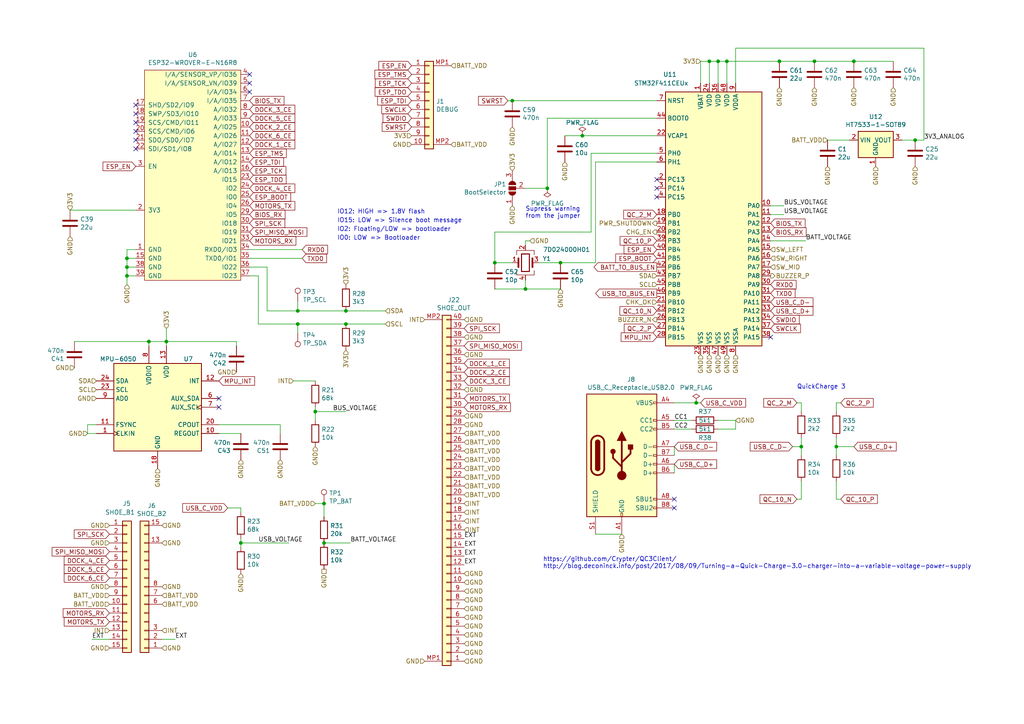
<source format=kicad_sch>
(kicad_sch (version 20211123) (generator eeschema)
  (paper "A4")
  (junction (at 36.83 74.93))
  (junction (at 242.57 129.54))
  (junction (at 36.83 80.01))
  (junction (at 100.33 93.98))
  (junction (at 91.44 119.38))
  (junction (at 43.18 99.06))
  (junction (at 143.51 76.2))
  (junction (at 148.59 29.21))
  (junction (at 100.33 90.17))
  (junction (at 86.36 93.98))
  (junction (at 152.4 83.82))
  (junction (at 265.43 40.64))
  (junction (at 93.98 157.48))
  (junction (at 86.36 90.17))
  (junction (at 48.26 99.06))
  (junction (at 69.85 157.48))
  (junction (at 158.75 54.61))
  (junction (at 162.56 76.2))
  (junction (at 208.28 17.78))
  (junction (at 201.93 116.84))
  (junction (at 226.06 17.78))
  (junction (at 36.83 77.47))
  (junction (at 93.98 146.05))
  (junction (at 205.74 17.78))
  (junction (at 247.65 17.78))
  (junction (at 210.82 17.78))
  (junction (at 236.22 17.78))
  (junction (at 168.91 39.37))
  (junction (at 232.41 129.54))
  (no_connect (at 39.37 30.48))
  (no_connect (at 195.58 147.32))
  (no_connect (at 195.58 144.78))
  (no_connect (at 190.5 54.61))
  (no_connect (at 72.39 26.67))
  (no_connect (at 72.39 21.59))
  (no_connect (at 39.37 33.02))
  (no_connect (at 190.5 52.07))
  (no_connect (at 72.39 24.13))
  (no_connect (at 63.5 118.11))
  (no_connect (at 39.37 43.18))
  (no_connect (at 39.37 35.56))
  (no_connect (at 39.37 38.1))
  (no_connect (at 223.52 97.79))
  (no_connect (at 63.5 115.57))
  (no_connect (at 190.5 57.15))
  (no_connect (at 39.37 40.64))
  (wire (pts (xy 91.44 146.05) (xy 93.98 146.05)))
  (wire (pts (xy 200.66 121.92) (xy 195.58 121.92)))
  (wire (pts (xy 190.5 44.45) (xy 171.45 44.45)))
  (wire (pts (xy 226.06 17.78) (xy 236.22 17.78)))
  (wire (pts (xy 91.44 119.38) (xy 91.44 121.92)))
  (wire (pts (xy 213.36 124.46) (xy 208.28 124.46)))
  (wire (pts (xy 232.41 129.54) (xy 229.87 129.54)))
  (wire (pts (xy 39.37 77.47) (xy 36.83 77.47)))
  (wire (pts (xy 21.59 99.06) (xy 43.18 99.06)))
  (wire (pts (xy 168.91 39.37) (xy 190.5 39.37)))
  (wire (pts (xy 100.33 90.17) (xy 111.76 90.17)))
  (wire (pts (xy 236.22 17.78) (xy 247.65 17.78)))
  (wire (pts (xy 148.59 29.21) (xy 190.5 29.21)))
  (wire (pts (xy 259.08 17.78) (xy 247.65 17.78)))
  (wire (pts (xy 86.36 87.63) (xy 86.36 90.17)))
  (wire (pts (xy 63.5 123.19) (xy 81.28 123.19)))
  (wire (pts (xy 86.36 90.17) (xy 100.33 90.17)))
  (wire (pts (xy 242.57 129.54) (xy 247.65 129.54)))
  (wire (pts (xy 27.94 123.19) (xy 25.4 123.19)))
  (wire (pts (xy 69.85 156.21) (xy 69.85 157.48)))
  (wire (pts (xy 36.83 80.01) (xy 36.83 82.55)))
  (wire (pts (xy 163.83 39.37) (xy 168.91 39.37)))
  (wire (pts (xy 242.57 144.78) (xy 243.84 144.78)))
  (wire (pts (xy 172.72 76.2) (xy 172.72 46.99)))
  (wire (pts (xy 72.39 74.93) (xy 87.63 74.93)))
  (wire (pts (xy 233.68 69.85) (xy 223.52 69.85)))
  (wire (pts (xy 210.82 24.13) (xy 210.82 17.78)))
  (wire (pts (xy 86.36 96.52) (xy 86.36 93.98)))
  (wire (pts (xy 36.83 80.01) (xy 36.83 77.47)))
  (wire (pts (xy 205.74 17.78) (xy 205.74 24.13)))
  (wire (pts (xy 242.57 129.54) (xy 242.57 132.08)))
  (wire (pts (xy 36.83 77.47) (xy 36.83 74.93)))
  (wire (pts (xy 232.41 116.84) (xy 231.14 116.84)))
  (wire (pts (xy 267.97 40.64) (xy 267.97 13.97)))
  (wire (pts (xy 265.43 40.64) (xy 267.97 40.64)))
  (wire (pts (xy 232.41 139.7) (xy 232.41 144.78)))
  (wire (pts (xy 36.83 72.39) (xy 36.83 74.93)))
  (wire (pts (xy 48.26 99.06) (xy 48.26 100.33)))
  (wire (pts (xy 143.51 83.82) (xy 152.4 83.82)))
  (wire (pts (xy 227.33 62.23) (xy 223.52 62.23)))
  (wire (pts (xy 171.45 67.31) (xy 143.51 67.31)))
  (wire (pts (xy 66.04 147.32) (xy 69.85 147.32)))
  (wire (pts (xy 72.39 80.01) (xy 74.93 80.01)))
  (wire (pts (xy 25.4 123.19) (xy 25.4 125.73)))
  (wire (pts (xy 74.93 93.98) (xy 86.36 93.98)))
  (wire (pts (xy 148.59 76.2) (xy 143.51 76.2)))
  (wire (pts (xy 36.83 74.93) (xy 39.37 74.93)))
  (wire (pts (xy 242.57 139.7) (xy 242.57 144.78)))
  (wire (pts (xy 210.82 17.78) (xy 226.06 17.78)))
  (wire (pts (xy 152.4 69.85) (xy 152.4 71.12)))
  (wire (pts (xy 152.4 54.61) (xy 158.75 54.61)))
  (wire (pts (xy 240.03 40.64) (xy 246.38 40.64)))
  (wire (pts (xy 39.37 80.01) (xy 36.83 80.01)))
  (wire (pts (xy 213.36 13.97) (xy 213.36 24.13)))
  (wire (pts (xy 91.44 118.11) (xy 91.44 119.38)))
  (wire (pts (xy 72.39 77.47) (xy 77.47 77.47)))
  (wire (pts (xy 152.4 83.82) (xy 162.56 83.82)))
  (wire (pts (xy 85.09 110.49) (xy 91.44 110.49)))
  (wire (pts (xy 203.2 17.78) (xy 203.2 24.13)))
  (wire (pts (xy 171.45 44.45) (xy 171.45 67.31)))
  (wire (pts (xy 39.37 72.39) (xy 36.83 72.39)))
  (wire (pts (xy 93.98 157.48) (xy 101.6 157.48)))
  (wire (pts (xy 158.75 34.29) (xy 158.75 54.61)))
  (wire (pts (xy 69.85 147.32) (xy 69.85 148.59)))
  (wire (pts (xy 205.74 17.78) (xy 208.28 17.78)))
  (wire (pts (xy 156.21 76.2) (xy 162.56 76.2)))
  (wire (pts (xy 201.93 116.84) (xy 195.58 116.84)))
  (wire (pts (xy 86.36 93.98) (xy 100.33 93.98)))
  (wire (pts (xy 172.72 46.99) (xy 190.5 46.99)))
  (wire (pts (xy 100.33 93.98) (xy 111.76 93.98)))
  (wire (pts (xy 43.18 99.06) (xy 48.26 99.06)))
  (wire (pts (xy 232.41 129.54) (xy 232.41 132.08)))
  (wire (pts (xy 48.26 95.25) (xy 48.26 99.06)))
  (wire (pts (xy 261.62 40.64) (xy 265.43 40.64)))
  (wire (pts (xy 43.18 99.06) (xy 43.18 100.33)))
  (wire (pts (xy 203.2 116.84) (xy 201.93 116.84)))
  (wire (pts (xy 77.47 90.17) (xy 86.36 90.17)))
  (wire (pts (xy 172.72 154.94) (xy 180.34 154.94)))
  (wire (pts (xy 20.32 60.96) (xy 39.37 60.96)))
  (wire (pts (xy 223.52 59.69) (xy 227.33 59.69)))
  (wire (pts (xy 162.56 76.2) (xy 172.72 76.2)))
  (wire (pts (xy 195.58 129.54) (xy 195.58 132.08)))
  (wire (pts (xy 208.28 121.92) (xy 213.36 121.92)))
  (wire (pts (xy 267.97 13.97) (xy 213.36 13.97)))
  (wire (pts (xy 48.26 99.06) (xy 68.58 99.06)))
  (wire (pts (xy 203.2 17.78) (xy 205.74 17.78)))
  (wire (pts (xy 208.28 17.78) (xy 210.82 17.78)))
  (wire (pts (xy 68.58 99.06) (xy 68.58 100.33)))
  (wire (pts (xy 31.75 185.42) (xy 26.67 185.42)))
  (wire (pts (xy 153.67 69.85) (xy 152.4 69.85)))
  (wire (pts (xy 72.39 72.39) (xy 87.63 72.39)))
  (wire (pts (xy 232.41 127) (xy 232.41 129.54)))
  (wire (pts (xy 152.4 81.28) (xy 152.4 83.82)))
  (wire (pts (xy 69.85 125.73) (xy 63.5 125.73)))
  (wire (pts (xy 242.57 116.84) (xy 243.84 116.84)))
  (wire (pts (xy 50.8 185.42) (xy 46.99 185.42)))
  (wire (pts (xy 69.85 157.48) (xy 83.82 157.48)))
  (wire (pts (xy 208.28 24.13) (xy 208.28 17.78)))
  (wire (pts (xy 232.41 144.78) (xy 231.14 144.78)))
  (wire (pts (xy 195.58 124.46) (xy 200.66 124.46)))
  (wire (pts (xy 232.41 119.38) (xy 232.41 116.84)))
  (wire (pts (xy 195.58 134.62) (xy 195.58 137.16)))
  (wire (pts (xy 143.51 67.31) (xy 143.51 76.2)))
  (wire (pts (xy 147.32 29.21) (xy 148.59 29.21)))
  (wire (pts (xy 242.57 119.38) (xy 242.57 116.84)))
  (wire (pts (xy 74.93 80.01) (xy 74.93 93.98)))
  (wire (pts (xy 81.28 123.19) (xy 81.28 125.73)))
  (wire (pts (xy 158.75 34.29) (xy 190.5 34.29)))
  (wire (pts (xy 69.85 157.48) (xy 69.85 158.75)))
  (wire (pts (xy 25.4 125.73) (xy 27.94 125.73)))
  (wire (pts (xy 242.57 127) (xy 242.57 129.54)))
  (wire (pts (xy 100.33 119.38) (xy 91.44 119.38)))
  (wire (pts (xy 93.98 146.05) (xy 93.98 149.86)))
  (wire (pts (xy 213.36 121.92) (xy 213.36 124.46)))
  (wire (pts (xy 77.47 77.47) (xy 77.47 90.17)))
  (text "IO0: LOW => Bootloader" (at 97.79 69.85 0) (effects (font (size 1.27 1.27)) (justify left bottom)))
  (text "https://github.com/Crypter/QC3Client/\nhttp://blog.deconinck.info/post/2017/08/09/Turning-a-Quick-Charge-3.0-charger-into-a-variable-voltage-power-supply" (at 157.48 165.1 0) (effects (font (size 1.27 1.27)) (justify left bottom)))
  (text "Supress warning\nfrom the jumper" (at 152.4 63.5 0) (effects (font (size 1.27 1.27)) (justify left bottom)))
  (text "IO15: LOW => Silence boot message" (at 97.79 64.77 0) (effects (font (size 1.27 1.27)) (justify left bottom)))
  (text "QuickCharge 3" (at 231.14 113.03 0) (effects (font (size 1.27 1.27)) (justify left bottom)))
  (text "IO12: HIGH => 1.8V flash" (at 97.79 62.23 0) (effects (font (size 1.27 1.27)) (justify left bottom)))
  (text "IO2: Floating/LOW => bootloader" (at 97.79 67.31 0) (effects (font (size 1.27 1.27)) (justify left bottom)))
  (label "EXT" (at 134.62 163.83 0))
  (label "EXT" (at 134.62 161.29 0))
  (label "EXT" (at 50.8 185.42 0))
  (label "USB_VOLTAGE" (at 74.93 157.48 0))
  (label "BATT_VOLTAGE" (at 233.68 69.85 0))
  (label "BUS_VOLTAGE" (at 227.33 59.69 0))
  (label "BATT_VOLTAGE" (at 101.6 157.48 0))
  (label "EXT" (at 134.62 158.75 0))
  (label "BUS_VOLTAGE" (at 96.52 119.38 0))
  (label "CC2" (at 195.58 124.46 0))
  (label "3V3_ANALOG" (at 267.97 40.64 0))
  (label "CC1" (at 195.58 121.92 0))
  (label "USB_VOLTAGE" (at 227.33 62.23 0))
  (label "EXT" (at 26.67 185.42 0))
  (label "EXT" (at 134.62 156.21 0))
  (global_label "MOTORS_RX" (shape input) (at 31.75 177.8 180) (property "Intersheet References" "${INTERSHEET_REFS}" (effects hide)))
  (global_label "ESP_TMS" (shape input) (at 119.38 21.59 180) (property "Intersheet References" "${INTERSHEET_REFS}" (effects hide)))
  (global_label "MOTORS_TX" (shape input) (at 31.75 180.34 180) (property "Intersheet References" "${INTERSHEET_REFS}" (effects hide)))
  (global_label "QC_2_M" (shape input) (at 231.14 116.84 180) (property "Intersheet References" "${INTERSHEET_REFS}" (effects hide)))
  (global_label "USB_C_D+" (shape input) (at 195.58 134.62 0) (property "Intersheet References" "${INTERSHEET_REFS}" (effects hide)))
  (global_label "DOCK_4_CE" (shape input) (at 31.75 162.56 180) (property "Intersheet References" "${INTERSHEET_REFS}" (effects hide)))
  (global_label "QC_2_P" (shape input) (at 243.84 116.84 0) (property "Intersheet References" "${INTERSHEET_REFS}" (effects hide)))
  (global_label "ESP_TDO" (shape input) (at 72.39 52.07 0) (property "Intersheet References" "${INTERSHEET_REFS}" (effects hide)))
  (global_label "ESP_BOOT" (shape input) (at 190.5 74.93 180) (property "Intersheet References" "${INTERSHEET_REFS}" (effects hide)))
  (global_label "RXD0" (shape input) (at 87.63 72.39 0) (property "Intersheet References" "${INTERSHEET_REFS}" (effects hide)))
  (global_label "BIOS_RX" (shape input) (at 72.39 62.23 0) (property "Intersheet References" "${INTERSHEET_REFS}" (effects hide)))
  (global_label "QC_10_N" (shape input) (at 190.5 90.17 180) (property "Intersheet References" "${INTERSHEET_REFS}" (effects hide)))
  (global_label "MOTORS_TX" (shape input) (at 72.39 59.69 0) (property "Intersheet References" "${INTERSHEET_REFS}" (effects hide)))
  (global_label "SWDIO" (shape input) (at 223.52 92.71 0) (property "Intersheet References" "${INTERSHEET_REFS}" (effects hide)))
  (global_label "RXD0" (shape input) (at 223.52 82.55 0) (property "Intersheet References" "${INTERSHEET_REFS}" (effects hide)))
  (global_label "DOCK_2_CE" (shape input) (at 72.39 36.83 0) (property "Intersheet References" "${INTERSHEET_REFS}" (effects hide)))
  (global_label "DOCK_5_CE" (shape input) (at 72.39 34.29 0) (property "Intersheet References" "${INTERSHEET_REFS}" (effects hide)))
  (global_label "ESP_EN" (shape input) (at 190.5 72.39 180) (property "Intersheet References" "${INTERSHEET_REFS}" (effects hide)))
  (global_label "DOCK_1_CE" (shape input) (at 72.39 41.91 0) (property "Intersheet References" "${INTERSHEET_REFS}" (effects hide)))
  (global_label "BIOS_TX" (shape input) (at 72.39 29.21 0) (property "Intersheet References" "${INTERSHEET_REFS}" (effects hide)))
  (global_label "SPI_MISO_MOSI" (shape input) (at 72.39 67.31 0) (property "Intersheet References" "${INTERSHEET_REFS}" (effects hide)))
  (global_label "USB_C_VDD" (shape input) (at 66.04 147.32 180) (property "Intersheet References" "${INTERSHEET_REFS}" (effects hide)))
  (global_label "USB_C_D+" (shape input) (at 223.52 90.17 0) (property "Intersheet References" "${INTERSHEET_REFS}" (effects hide)))
  (global_label "ESP_TCK" (shape input) (at 72.39 49.53 0) (property "Intersheet References" "${INTERSHEET_REFS}" (effects hide)))
  (global_label "ESP_TDI" (shape input) (at 119.38 29.21 180) (property "Intersheet References" "${INTERSHEET_REFS}" (effects hide)))
  (global_label "SWCLK" (shape input) (at 119.38 31.75 180) (property "Intersheet References" "${INTERSHEET_REFS}" (effects hide)))
  (global_label "SWCLK" (shape input) (at 223.52 95.25 0) (property "Intersheet References" "${INTERSHEET_REFS}" (effects hide)))
  (global_label "TXD0" (shape input) (at 223.52 85.09 0) (property "Intersheet References" "${INTERSHEET_REFS}" (effects hide)))
  (global_label "DOCK_2_CE" (shape input) (at 134.62 107.95 0) (property "Intersheet References" "${INTERSHEET_REFS}" (effects hide)))
  (global_label "USB_C_D+" (shape input) (at 247.65 129.54 0) (property "Intersheet References" "${INTERSHEET_REFS}" (effects hide)))
  (global_label "BATT_TO_BUS_EN" (shape output) (at 190.5 77.47 180) (property "Intersheet References" "${INTERSHEET_REFS}" (effects hide)))
  (global_label "ESP_EN" (shape input) (at 39.37 48.26 180) (property "Intersheet References" "${INTERSHEET_REFS}" (effects hide)))
  (global_label "ESP_BOOT" (shape input) (at 72.39 57.15 0) (property "Intersheet References" "${INTERSHEET_REFS}" (effects hide)))
  (global_label "DOCK_6_CE" (shape input) (at 31.75 167.64 180) (property "Intersheet References" "${INTERSHEET_REFS}" (effects hide)))
  (global_label "MOTORS_RX" (shape input) (at 134.62 118.11 0) (property "Intersheet References" "${INTERSHEET_REFS}" (effects hide)))
  (global_label "ESP_EN" (shape input) (at 119.38 19.05 180) (property "Intersheet References" "${INTERSHEET_REFS}" (effects hide)))
  (global_label "SPI_SCK" (shape input) (at 72.39 64.77 0) (property "Intersheet References" "${INTERSHEET_REFS}" (effects hide)))
  (global_label "ESP_TDO" (shape input) (at 119.38 26.67 180) (property "Intersheet References" "${INTERSHEET_REFS}" (effects hide)))
  (global_label "SWDIO" (shape input) (at 119.38 34.29 180) (property "Intersheet References" "${INTERSHEET_REFS}" (effects hide)))
  (global_label "QC_10_P" (shape input) (at 190.5 69.85 180) (property "Intersheet References" "${INTERSHEET_REFS}" (effects hide)))
  (global_label "QC_2_P" (shape input) (at 190.5 95.25 180) (property "Intersheet References" "${INTERSHEET_REFS}" (effects hide)))
  (global_label "DOCK_5_CE" (shape input) (at 31.75 165.1 180) (property "Intersheet References" "${INTERSHEET_REFS}" (effects hide)))
  (global_label "TXD0" (shape input) (at 87.63 74.93 0) (property "Intersheet References" "${INTERSHEET_REFS}" (effects hide)))
  (global_label "MPU_INT" (shape input) (at 190.5 97.79 180) (property "Intersheet References" "${INTERSHEET_REFS}" (effects hide)))
  (global_label "QC_10_P" (shape input) (at 243.84 144.78 0) (property "Intersheet References" "${INTERSHEET_REFS}" (effects hide)))
  (global_label "USB_C_VDD" (shape input) (at 203.2 116.84 0) (property "Intersheet References" "${INTERSHEET_REFS}" (effects hide)))
  (global_label "MOTORS_RX" (shape input) (at 72.39 69.85 0) (property "Intersheet References" "${INTERSHEET_REFS}" (effects hide)))
  (global_label "USB_C_D-" (shape input) (at 229.87 129.54 180) (property "Intersheet References" "${INTERSHEET_REFS}" (effects hide)))
  (global_label "SPI_MISO_MOSI" (shape input) (at 31.75 160.02 180) (property "Intersheet References" "${INTERSHEET_REFS}" (effects hide)))
  (global_label "DOCK_6_CE" (shape input) (at 72.39 39.37 0) (property "Intersheet References" "${INTERSHEET_REFS}" (effects hide)))
  (global_label "MPU_INT" (shape input) (at 63.5 110.49 0) (property "Intersheet References" "${INTERSHEET_REFS}" (effects hide)))
  (global_label "SPI_MISO_MOSI" (shape input) (at 134.62 100.33 0) (property "Intersheet References" "${INTERSHEET_REFS}" (effects hide)))
  (global_label "BIOS_TX" (shape input) (at 223.52 64.77 0) (property "Intersheet References" "${INTERSHEET_REFS}" (effects hide)))
  (global_label "QC_2_M" (shape input) (at 190.5 62.23 180) (property "Intersheet References" "${INTERSHEET_REFS}" (effects hide)))
  (global_label "ESP_TCK" (shape input) (at 119.38 24.13 180) (property "Intersheet References" "${INTERSHEET_REFS}" (effects hide)))
  (global_label "DOCK_1_CE" (shape input) (at 134.62 105.41 0) (property "Intersheet References" "${INTERSHEET_REFS}" (effects hide)))
  (global_label "QC_10_N" (shape input) (at 231.14 144.78 180) (property "Intersheet References" "${INTERSHEET_REFS}" (effects hide)))
  (global_label "SPI_SCK" (shape input) (at 134.62 95.25 0) (property "Intersheet References" "${INTERSHEET_REFS}" (effects hide)))
  (global_label "USB_TO_BUS_EN" (shape output) (at 190.5 85.09 180) (property "Intersheet References" "${INTERSHEET_REFS}" (effects hide)))
  (global_label "USB_C_D-" (shape input) (at 195.58 129.54 0) (property "Intersheet References" "${INTERSHEET_REFS}" (effects hide)))
  (global_label "SWRST" (shape input) (at 147.32 29.21 180) (property "Intersheet References" "${INTERSHEET_REFS}" (effects hide)))
  (global_label "USB_C_D-" (shape input) (at 223.52 87.63 0) (property "Intersheet References" "${INTERSHEET_REFS}" (effects hide)))
  (global_label "DOCK_4_CE" (shape input) (at 72.39 54.61 0) (property "Intersheet References" "${INTERSHEET_REFS}" (effects hide)))
  (global_label "SWRST" (shape input) (at 119.38 36.83 180) (property "Intersheet References" "${INTERSHEET_REFS}" (effects hide)))
  (global_label "DOCK_3_CE" (shape input) (at 72.39 31.75 0) (property "Intersheet References" "${INTERSHEET_REFS}" (effects hide)))
  (global_label "DOCK_3_CE" (shape input) (at 134.62 110.49 0) (property "Intersheet References" "${INTERSHEET_REFS}" (effects hide)))
  (global_label "SPI_SCK" (shape input) (at 31.75 154.94 180) (property "Intersheet References" "${INTERSHEET_REFS}" (effects hide)))
  (global_label "ESP_TMS" (shape input) (at 72.39 44.45 0) (property "Intersheet References" "${INTERSHEET_REFS}" (effects hide)))
  (global_label "ESP_TDI" (shape input) (at 72.39 46.99 0) (property "Intersheet References" "${INTERSHEET_REFS}" (effects hide)))
  (global_label "BIOS_RX" (shape input) (at 223.52 67.31 0) (property "Intersheet References" "${INTERSHEET_REFS}" (effects hide)))
  (global_label "MOTORS_TX" (shape input) (at 134.62 115.57 0) (property "Intersheet References" "${INTERSHEET_REFS}" (effects hide)))
  (hierarchical_label "GND" (shape input) (at 213.36 121.92 0))
  (hierarchical_label "INT" (shape input) (at 85.09 110.49 180))
  (hierarchical_label "GND" (shape input) (at 134.62 179.07 0))
  (hierarchical_label "GND" (shape input) (at 134.62 123.19 0))
  (hierarchical_label "GND" (shape input) (at 236.22 25.4 270))
  (hierarchical_label "SCL" (shape input) (at 27.94 113.03 180))
  (hierarchical_label "BATT_VDD" (shape input) (at 46.99 172.72 0))
  (hierarchical_label "GND" (shape input) (at 123.19 191.77 180))
  (hierarchical_label "BATT_VDD" (shape input) (at 134.62 143.51 0))
  (hierarchical_label "BATT_VDD" (shape input) (at 134.62 140.97 0))
  (hierarchical_label "GND" (shape input) (at 134.62 184.15 0))
  (hierarchical_label "GND" (shape input) (at 46.99 157.48 0))
  (hierarchical_label "GND" (shape input) (at 180.34 154.94 270))
  (hierarchical_label "BUZZER_P" (shape output) (at 223.52 80.01 0))
  (hierarchical_label "GND" (shape input) (at 134.62 92.71 0))
  (hierarchical_label "GND" (shape input) (at 205.74 102.87 270))
  (hierarchical_label "BATT_VDD" (shape input) (at 134.62 125.73 0))
  (hierarchical_label "BUZZER_N" (shape output) (at 190.5 92.71 180))
  (hierarchical_label "GND" (shape input) (at 31.75 187.96 180))
  (hierarchical_label "BATT_VDD" (shape input) (at 134.62 133.35 0))
  (hierarchical_label "GND" (shape input) (at 134.62 120.65 0))
  (hierarchical_label "CHG_EN" (shape output) (at 190.5 67.31 180))
  (hierarchical_label "BATT_VDD" (shape input) (at 134.62 135.89 0))
  (hierarchical_label "GND" (shape input) (at 21.59 106.68 180))
  (hierarchical_label "GND" (shape input) (at 148.59 59.69 270))
  (hierarchical_label "GND" (shape input) (at 31.75 170.18 180))
  (hierarchical_label "SCL" (shape input) (at 111.76 93.98 0))
  (hierarchical_label "INT" (shape input) (at 31.75 182.88 180))
  (hierarchical_label "GND" (shape input) (at 208.28 102.87 270))
  (hierarchical_label "GND" (shape passive) (at 93.98 165.1 270))
  (hierarchical_label "GND" (shape input) (at 134.62 173.99 0))
  (hierarchical_label "BATT_VDD" (shape input) (at 130.81 19.05 0))
  (hierarchical_label "BATT_VDD" (shape input) (at 31.75 175.26 180))
  (hierarchical_label "3V3" (shape input) (at 119.38 39.37 180))
  (hierarchical_label "BATT_VDD" (shape input) (at 134.62 128.27 0))
  (hierarchical_label "CHK_OK" (shape input) (at 190.5 87.63 180))
  (hierarchical_label "GND" (shape input) (at 46.99 152.4 0))
  (hierarchical_label "GND" (shape input) (at 134.62 181.61 0))
  (hierarchical_label "GND" (shape input) (at 163.83 46.99 270))
  (hierarchical_label "GND" (shape input) (at 226.06 25.4 270))
  (hierarchical_label "GND" (shape input) (at 162.56 83.82 270))
  (hierarchical_label "GND" (shape input) (at 134.62 168.91 0))
  (hierarchical_label "SW_RIGHT" (shape input) (at 223.52 74.93 0))
  (hierarchical_label "GND" (shape input) (at 134.62 113.03 0))
  (hierarchical_label "SDA" (shape input) (at 27.94 110.49 180))
  (hierarchical_label "GND" (shape input) (at 25.4 125.73 180))
  (hierarchical_label "BATT_VDD" (shape input) (at 130.81 41.91 0))
  (hierarchical_label "GND" (shape input) (at 45.72 135.89 270))
  (hierarchical_label "GND" (shape input) (at 134.62 176.53 0))
  (hierarchical_label "SW_MID" (shape input) (at 223.52 77.47 0))
  (hierarchical_label "INT" (shape input) (at 134.62 148.59 0))
  (hierarchical_label "3V3" (shape input) (at 48.26 95.25 90))
  (hierarchical_label "SDA" (shape input) (at 111.76 90.17 0))
  (hierarchical_label "GND" (shape input) (at 68.58 107.95 180))
  (hierarchical_label "GND" (shape input) (at 259.08 25.4 270))
  (hierarchical_label "GND" (shape input) (at 20.32 68.58 270))
  (hierarchical_label "SDA" (shape input) (at 190.5 80.01 180))
  (hierarchical_label "BATT_VDD" (shape input) (at 240.03 40.64 180))
  (hierarchical_label "GND" (shape input) (at 81.28 133.35 270))
  (hierarchical_label "3V3" (shape input) (at 203.2 17.78 180))
  (hierarchical_label "3V3" (shape input) (at 100.33 101.6 270))
  (hierarchical_label "GND" (shape input) (at 213.36 102.87 270))
  (hierarchical_label "BATT_VDD" (shape input) (at 91.44 146.05 180))
  (hierarchical_label "BATT_VDD" (shape input) (at 134.62 130.81 0))
  (hierarchical_label "GND" (shape input) (at 36.83 82.55 270))
  (hierarchical_label "GND" (shape input) (at 69.85 133.35 270))
  (hierarchical_label "GND" (shape input) (at 46.99 170.18 0))
  (hierarchical_label "GND" (shape input) (at 247.65 25.4 270))
  (hierarchical_label "GND" (shape input) (at 203.2 102.87 270))
  (hierarchical_label "INT" (shape input) (at 134.62 151.13 0))
  (hierarchical_label "GND" (shape input) (at 91.44 129.54 270))
  (hierarchical_label "BATT_VDD" (shape input) (at 46.99 175.26 0))
  (hierarchical_label "GND" (shape input) (at 240.03 48.26 270))
  (hierarchical_label "INT" (shape input) (at 134.62 153.67 0))
  (hierarchical_label "GND" (shape input) (at 134.62 171.45 0))
  (hierarchical_label "INT" (shape input) (at 134.62 146.05 0))
  (hierarchical_label "INT" (shape input) (at 46.99 182.88 0))
  (hierarchical_label "SCL" (shape input) (at 190.5 82.55 180))
  (hierarchical_label "GND" (shape input) (at 134.62 191.77 0))
  (hierarchical_label "GND" (shape input) (at 134.62 166.37 0))
  (hierarchical_label "BATT_VDD" (shape input) (at 31.75 172.72 180))
  (hierarchical_label "3V3" (shape input) (at 148.59 49.53 90))
  (hierarchical_label "BATT_VDD" (shape input) (at 134.62 138.43 0))
  (hierarchical_label "GND" (shape input) (at 210.82 102.87 270))
  (hierarchical_label "3V3" (shape input) (at 20.32 60.96 90))
  (hierarchical_label "GND" (shape input) (at 265.43 48.26 270))
  (hierarchical_label "GND" (shape input) (at 46.99 187.96 0))
  (hierarchical_label "GND" (shape input) (at 153.67 69.85 0))
  (hierarchical_label "GND" (shape input) (at 134.62 97.79 0))
  (hierarchical_label "GND" (shape input) (at 27.94 115.57 180))
  (hierarchical_label "PWR_SHUTDOWN" (shape output) (at 190.5 64.77 180))
  (hierarchical_label "GND" (shape input) (at 31.75 157.48 180))
  (hierarchical_label "GND" (shape input) (at 119.38 41.91 180))
  (hierarchical_label "GND" (shape input) (at 134.62 102.87 0))
  (hierarchical_label "INT" (shape input) (at 123.19 92.71 180))
  (hierarchical_label "SW_LEFT" (shape input) (at 223.52 72.39 0))
  (hierarchical_label "GND" (shape input) (at 69.85 166.37 270))
  (hierarchical_label "GND" (shape input) (at 134.62 189.23 0))
  (hierarchical_label "3V3" (shape input) (at 100.33 82.55 90))
  (hierarchical_label "GND" (shape input) (at 31.75 152.4 180))
  (hierarchical_label "GND" (shape input) (at 134.62 186.69 0))
  (hierarchical_label "GND" (shape input) (at 254 48.26 270))
  (hierarchical_label "GND" (shape input) (at 148.59 36.83 270))
  (symbol (lib_id "rofi:ESP32-WROVER") (at 55.88 50.8 0) (unit 1)
    (property "Reference" "U6" (at 55.88 15.875 0))
    (property "Value" "ESP32-WROVER-E-N16R8" (at 55.88 18.1864 0))
    (property "Footprint" "rofi:ESP32-WROVER" (effects hide))
    (property "Datasheet" "https://www.espressif.com/sites/default/files/documentation/esp32-wrover_datasheet_en.pdf" (effects hide))
    (property "#manf" "356-ESP32-WROB(16MB)" (effects hide))
    (property "LCSC" "C529589" (effects hide))
    (property "JLCPCB_CORRECTION" "0;-8.2;90" (effects hide))
  )
  (symbol (lib_id "Device:C") (at 20.32 64.77 0) (unit 1)
    (property "Reference" "C39" (at 23.241 63.6016 0) (effects (justify left)))
    (property "Value" "22u" (at 23.241 65.913 0) (effects (justify left)))
    (property "Footprint" "Capacitor_SMD:C_0805_2012Metric" (effects hide))
    (property "#manf" "GRM21BR61C226ME44L" (effects hide))
    (property "LCSC" "C45783" (effects hide))
  )
  (symbol (lib_id "Device:R") (at 100.33 86.36 0) (unit 1)
    (property "Reference" "R28" (at 102.108 85.1916 0) (effects (justify left)))
    (property "Value" "3k3" (at 102.108 87.503 0) (effects (justify left)))
    (property "Footprint" "Resistor_SMD:R_0402_1005Metric" (effects hide))
    (property "#manf" "RR0510P-332-D" (effects hide))
    (property "LCSC" "C25890" (effects hide))
  )
  (symbol (lib_id "Device:R") (at 100.33 97.79 0) (unit 1)
    (property "Reference" "R29" (at 102.108 96.6216 0) (effects (justify left)))
    (property "Value" "3k3" (at 102.108 98.933 0) (effects (justify left)))
    (property "Footprint" "Resistor_SMD:R_0402_1005Metric" (effects hide))
    (property "#manf" "RR0510P-332-D" (effects hide))
    (property "LCSC" "C25890" (effects hide))
  )
  (symbol (lib_id "Connector:TestPoint") (at 86.36 87.63 0) (unit 1)
    (property "Reference" "TP3" (at 87.8332 84.6328 0) (effects (justify left)))
    (property "Value" "TP_SCL" (at 87.8332 86.9442 0) (effects (justify left)))
    (property "Footprint" "TestPoint:TestPoint_Pad_D2.0mm" (effects hide))
    (property "JLCPCB_IGNORE" "YES" (effects hide))
  )
  (symbol (lib_id "Connector:TestPoint") (at 86.36 96.52 180) (unit 1)
    (property "Reference" "TP4" (at 87.8332 97.1804 0) (effects (justify right)))
    (property "Value" "TP_SDA" (at 87.8332 99.4918 0) (effects (justify right)))
    (property "Footprint" "TestPoint:TestPoint_Pad_D2.0mm" (effects hide))
    (property "JLCPCB_IGNORE" "YES" (effects hide))
  )
  (symbol (lib_id "Device:C") (at 226.06 21.59 0) (unit 1)
    (property "Reference" "C61" (at 228.981 20.4216 0) (effects (justify left)))
    (property "Value" "22u" (at 228.981 22.733 0) (effects (justify left)))
    (property "Footprint" "Capacitor_SMD:C_0805_2012Metric" (effects hide))
    (property "#manf" "GRM21BR61C226ME44L" (effects hide))
    (property "LCSC" "C45783" (effects hide))
  )
  (symbol (lib_id "Device:C") (at 236.22 21.59 0) (unit 1)
    (property "Reference" "C62" (at 239.141 20.4216 0) (effects (justify left)))
    (property "Value" "470n" (at 239.141 22.733 0) (effects (justify left)))
    (property "Footprint" "Capacitor_SMD:C_0402_1005Metric" (effects hide))
    (property "#manf" "JMK105BJ474KV-F" (effects hide))
    (property "LCSC" "C47339" (effects hide))
  )
  (symbol (lib_id "Device:C") (at 247.65 21.59 0) (unit 1)
    (property "Reference" "C63" (at 250.571 20.4216 0) (effects (justify left)))
    (property "Value" "470n" (at 250.571 22.733 0) (effects (justify left)))
    (property "Footprint" "Capacitor_SMD:C_0402_1005Metric" (effects hide))
    (property "#manf" "JMK105BJ474KV-F" (effects hide))
    (property "LCSC" "C47339" (effects hide))
  )
  (symbol (lib_id "Device:C") (at 259.08 21.59 0) (unit 1)
    (property "Reference" "C64" (at 262.001 20.4216 0) (effects (justify left)))
    (property "Value" "470n" (at 262.001 22.733 0) (effects (justify left)))
    (property "Footprint" "Capacitor_SMD:C_0402_1005Metric" (effects hide))
    (property "#manf" "JMK105BJ474KV-F" (effects hide))
    (property "LCSC" "C47339" (effects hide))
  )
  (symbol (lib_id "power:PWR_FLAG") (at 201.93 116.84 0) (unit 1)
    (property "Reference" "#FLG0104" (effects hide))
    (property "Value" "PWR_FLAG" (at 201.93 112.4458 0))
  )
  (symbol (lib_id "controlBoard-rescue:USB_C_Receptacle_USB2.0-Connector") (at 180.34 132.08 0) (unit 1)
    (property "Reference" "J8" (at 183.0578 110.0582 0))
    (property "Value" "USB_C_Receptacle_USB2.0" (at 183.0578 112.3696 0))
    (property "Footprint" "rofi:USB_C_Female-16Pin-HPJF" (effects hide))
    (property "Datasheet" "https://www.usb.org/sites/default/files/documents/usb_type-c.zip" (effects hide))
    (property "LCSC" "C165948" (effects hide))
    (property "JLCPCB_CORRECTION" "0;3.3;0" (effects hide))
  )
  (symbol (lib_id "Device:R") (at 232.41 123.19 0) (unit 1)
    (property "Reference" "R33" (at 234.188 122.0216 0) (effects (justify left)))
    (property "Value" "2k2" (at 234.188 124.333 0) (effects (justify left)))
    (property "Footprint" "Resistor_SMD:R_0402_1005Metric" (effects hide))
    (property "#manf" "RR0510P-222-D" (effects hide))
    (property "LCSC" "C25879" (effects hide))
  )
  (symbol (lib_id "Device:R") (at 242.57 123.19 0) (unit 1)
    (property "Reference" "R35" (at 244.348 122.0216 0) (effects (justify left)))
    (property "Value" "2k2" (at 244.348 124.333 0) (effects (justify left)))
    (property "Footprint" "Resistor_SMD:R_0402_1005Metric" (effects hide))
    (property "#manf" "RR0510P-222-D" (effects hide))
    (property "LCSC" "C25879" (effects hide))
  )
  (symbol (lib_id "Device:R") (at 232.41 135.89 0) (unit 1)
    (property "Reference" "R34" (at 234.188 134.7216 0) (effects (justify left)))
    (property "Value" "10k" (at 234.188 137.033 0) (effects (justify left)))
    (property "Footprint" "Resistor_SMD:R_0402_1005Metric" (effects hide))
    (property "#manf" "RT0402FRE0710KL" (effects hide))
    (property "LCSC" "C25744" (effects hide))
  )
  (symbol (lib_id "Device:R") (at 242.57 135.89 0) (unit 1)
    (property "Reference" "R36" (at 244.348 134.7216 0) (effects (justify left)))
    (property "Value" "10k" (at 244.348 137.033 0) (effects (justify left)))
    (property "Footprint" "Resistor_SMD:R_0402_1005Metric" (effects hide))
    (property "#manf" "RT0402FRE0710KL" (effects hide))
    (property "LCSC" "C25744" (effects hide))
  )
  (symbol (lib_id "Device:R") (at 69.85 152.4 0) (unit 1)
    (property "Reference" "R23" (at 71.628 151.2316 0) (effects (justify left)))
    (property "Value" "68k" (at 71.628 153.543 0) (effects (justify left)))
    (property "Footprint" "Resistor_SMD:R_0402_1005Metric" (effects hide))
    (property "#manf" "RR0510P-683-D" (effects hide))
    (property "LCSC" "C36871" (effects hide))
  )
  (symbol (lib_id "Device:R") (at 69.85 162.56 0) (unit 1)
    (property "Reference" "R30" (at 71.628 161.3916 0) (effects (justify left)))
    (property "Value" "10k" (at 71.628 163.703 0) (effects (justify left)))
    (property "Footprint" "Resistor_SMD:R_0402_1005Metric" (effects hide))
    (property "#manf" "RT0402FRE0710KL" (effects hide))
    (property "LCSC" "C25744" (effects hide))
  )
  (symbol (lib_id "Device:R") (at 91.44 114.3 0) (unit 1)
    (property "Reference" "R21" (at 93.218 113.1316 0) (effects (justify left)))
    (property "Value" "68k" (at 93.218 115.443 0) (effects (justify left)))
    (property "Footprint" "Resistor_SMD:R_0402_1005Metric" (effects hide))
    (property "#manf" "RR0510P-683-D" (effects hide))
    (property "LCSC" "C36871" (effects hide))
  )
  (symbol (lib_id "Device:R") (at 91.44 125.73 0) (unit 1)
    (property "Reference" "R22" (at 93.218 124.5616 0) (effects (justify left)))
    (property "Value" "10k" (at 93.218 126.873 0) (effects (justify left)))
    (property "Footprint" "Resistor_SMD:R_0402_1005Metric" (effects hide))
    (property "#manf" "RT0402FRE0710KL" (effects hide))
    (property "LCSC" "C25744" (effects hide))
  )
  (symbol (lib_id "Device:R") (at 93.98 153.67 0) (unit 1)
    (property "Reference" "R31" (at 95.758 152.5016 0) (effects (justify left)))
    (property "Value" "20k" (at 95.758 154.813 0) (effects (justify left)))
    (property "Footprint" "Resistor_SMD:R_0402_1005Metric" (effects hide))
    (property "#manf" "RR0510P-203-D" (effects hide))
    (property "LCSC" "C25765" (effects hide))
  )
  (symbol (lib_id "Device:R") (at 93.98 161.29 0) (unit 1)
    (property "Reference" "R32" (at 95.758 160.1216 0) (effects (justify left)))
    (property "Value" "10k" (at 95.758 162.433 0) (effects (justify left)))
    (property "Footprint" "Resistor_SMD:R_0402_1005Metric" (effects hide))
    (property "#manf" "RT0402FRE0710KL" (effects hide))
    (property "LCSC" "C25744" (effects hide))
  )
  (symbol (lib_id "Connector:TestPoint") (at 93.98 146.05 0) (unit 1)
    (property "Reference" "TP1" (at 95.4532 143.0528 0) (effects (justify left)))
    (property "Value" "TP_BAT" (at 95.4532 145.3642 0) (effects (justify left)))
    (property "Footprint" "TestPoint:TestPoint_Pad_D2.0mm" (effects hide))
    (property "JLCPCB_IGNORE" "YES" (effects hide))
  )
  (symbol (lib_id "MCU_ST_STM32F4:STM32F411CEUx") (at 208.28 62.23 0) (unit 1)
    (property "Reference" "U11" (at 194.31 21.59 0))
    (property "Value" "STM32F411CEUx" (at 191.77 24.13 0))
    (property "Footprint" "Package_DFN_QFN:QFN-48-1EP_7x7mm_P0.5mm_EP5.6x5.6mm" (effects hide))
    (property "Datasheet" "http://www.st.com/st-web-ui/static/active/en/resource/technical/document/datasheet/DM00115249.pdf" (effects hide))
    (property "LCSC" "C60420" (effects hide))
    (property "JLCPCB_CORRECTION" "0;0;-90" (effects hide))
  )
  (symbol (lib_id "Jumper:SolderJumper_3_Open") (at 148.59 54.61 90) (unit 1)
    (property "Reference" "JP1" (at 146.8628 53.4416 90) (effects (justify left)))
    (property "Value" "BootSelector" (at 146.8628 55.753 90) (effects (justify left)))
    (property "Footprint" "Jumper:SolderJumper-3_P2.0mm_Open_TrianglePad1.0x1.5mm" (effects hide))
    (property "JLCPCB_IGNORE" "YES" (effects hide))
  )
  (symbol (lib_id "Device:C") (at 163.83 43.18 0) (unit 1)
    (property "Reference" "C60" (at 166.751 42.0116 0) (effects (justify left)))
    (property "Value" "10u" (at 166.751 44.323 0) (effects (justify left)))
    (property "Footprint" "Capacitor_SMD:C_0402_1005Metric" (effects hide))
    (property "LCSC" "C15525" (effects hide))
  )
  (symbol (lib_id "Device:C") (at 148.59 33.02 0) (unit 1)
    (property "Reference" "C59" (at 151.511 31.8516 0) (effects (justify left)))
    (property "Value" "470n" (at 151.511 34.163 0) (effects (justify left)))
    (property "Footprint" "Capacitor_SMD:C_0402_1005Metric" (effects hide))
    (property "#manf" "JMK105BJ474KV-F" (effects hide))
    (property "LCSC" "C47339" (effects hide))
  )
  (symbol (lib_id "Sensor_Motion:MPU-6050") (at 45.72 118.11 0) (unit 1)
    (property "Reference" "U7" (at 54.61 104.14 0))
    (property "Value" "MPU-6050" (at 34.29 104.14 0))
    (property "Footprint" "Sensor_Motion:InvenSense_QFN-24_4x4mm_P0.5mm" (effects hide))
    (property "Datasheet" "https://store.invensense.com/datasheets/invensense/MPU-6050_DataSheet_V3%204.pdf" (effects hide))
    (property "LCSC" "C24112" (effects hide))
    (property "JLCPCB_CORRECTION" "0;0;90" (effects hide))
  )
  (symbol (lib_id "Device:C") (at 68.58 104.14 180) (unit 1)
    (property "Reference" "C42" (at 65.659 105.3084 0) (effects (justify left)))
    (property "Value" "470n" (at 65.659 102.997 0) (effects (justify left)))
    (property "Footprint" "Capacitor_SMD:C_0402_1005Metric" (effects hide))
    (property "#manf" "JMK105BJ474KV-F" (effects hide))
    (property "LCSC" "C47339" (effects hide))
  )
  (symbol (lib_id "Device:C") (at 21.59 102.87 180) (unit 1)
    (property "Reference" "C41" (at 18.669 104.0384 0) (effects (justify left)))
    (property "Value" "470n" (at 18.669 101.727 0) (effects (justify left)))
    (property "Footprint" "Capacitor_SMD:C_0402_1005Metric" (effects hide))
    (property "#manf" "JMK105BJ474KV-F" (effects hide))
    (property "LCSC" "C47339" (effects hide))
  )
  (symbol (lib_id "Device:C") (at 69.85 129.54 180) (unit 1)
    (property "Reference" "C43" (at 66.929 130.7084 0) (effects (justify left)))
    (property "Value" "470n" (at 66.929 128.397 0) (effects (justify left)))
    (property "Footprint" "Capacitor_SMD:C_0402_1005Metric" (effects hide))
    (property "#manf" "JMK105BJ474KV-F" (effects hide))
    (property "LCSC" "C47339" (effects hide))
  )
  (symbol (lib_id "Device:C") (at 81.28 129.54 180) (unit 1)
    (property "Reference" "C51" (at 78.359 130.7084 0) (effects (justify left)))
    (property "Value" "470n" (at 78.359 128.397 0) (effects (justify left)))
    (property "Footprint" "Capacitor_SMD:C_0402_1005Metric" (effects hide))
    (property "#manf" "JMK105BJ474KV-F" (effects hide))
    (property "LCSC" "C47339" (effects hide))
  )
  (symbol (lib_id "Regulator_Linear:HT75xx-1-SOT89") (at 254 43.18 0) (unit 1)
    (property "Reference" "U12" (at 254 33.8582 0))
    (property "Value" "HT7533-1-SOT89" (at 254 36.1696 0))
    (property "Footprint" "Package_TO_SOT_SMD:SOT-89-3" (effects hide))
    (property "Datasheet" "https://www.holtek.com/documents/10179/116711/HT75xx-1v250.pdf" (effects hide))
    (property "LCSC" "C14289" (effects hide))
    (property "JLCPCB_CORRECTION" "0;0;180" (effects hide))
  )
  (symbol (lib_id "Device:C") (at 240.03 44.45 0) (unit 1)
    (property "Reference" "C1" (at 242.951 43.2816 0) (effects (justify left)))
    (property "Value" "22u" (at 242.951 45.593 0) (effects (justify left)))
    (property "Footprint" "Capacitor_SMD:C_0805_2012Metric" (effects hide))
    (property "#manf" "GRM21BR61C226ME44L" (effects hide))
    (property "LCSC" "C45783" (effects hide))
  )
  (symbol (lib_id "Device:C") (at 265.43 44.45 0) (unit 1)
    (property "Reference" "C25" (at 268.351 43.2816 0) (effects (justify left)))
    (property "Value" "22u" (at 268.351 45.593 0) (effects (justify left)))
    (property "Footprint" "Capacitor_SMD:C_0805_2012Metric" (effects hide))
    (property "#manf" "GRM21BR61C226ME44L" (effects hide))
    (property "LCSC" "C45783" (effects hide))
  )
  (symbol (lib_id "rofi:Conn_01x10-FPC") (at 124.46 29.21 0) (unit 1)
    (property "Reference" "J1" (at 126.492 29.4132 0) (effects (justify left)))
    (property "Value" "DEBUG" (at 126.492 31.7246 0) (effects (justify left)))
    (property "Footprint" "rofi:Hirose_FH12-10S-0.5SH_1x10-1MP_P0.50mm_Horizontal" (effects hide))
    (property "MFR" "FH12-10S-0.5SH(55)" (effects hide))
    (property "MFR_QTY" "1" (effects hide))
    (property "JLCPCB_IGNORE" "YES" (effects hide))
  )
  (symbol (lib_id "Connector_Generic:Conn_01x15") (at 36.83 170.18 0) (unit 1)
    (property "Reference" "J5" (at 35.56 146.05 0) (effects (justify left)))
    (property "Value" "SHOE_B1" (at 30.48 148.59 0) (effects (justify left)))
    (property "Footprint" "rofi:SlipRing-120220-0161" (effects hide))
    (property "MFR" "120220-0161" (effects hide))
    (property "MFR_QTY" "15" (effects hide))
    (property "JLCPCB_IGNORE" "YES" (effects hide))
  )
  (symbol (lib_id "rofi:Conn_01x15_UM_slipring") (at 41.91 170.18 180) (unit 1)
    (property "Reference" "J6" (at 43.9928 146.685 0))
    (property "Value" "SHOE_B2" (at 43.9928 148.9964 0))
    (property "Footprint" "rofi:SlipRing-120220-0161-incomplete" (effects hide))
    (property "MFR" "120220-0204" (effects hide))
    (property "MFR_QTY" "8" (effects hide))
    (property "JLCPCB_IGNORE" "YES" (effects hide))
  )
  (symbol (lib_id "Device:Crystal_GND24") (at 152.4 76.2 0) (unit 1)
    (property "Reference" "Y1" (at 157.3276 75.0316 0) (effects (justify left)))
    (property "Value" "7D024000H01" (at 157.48 72.39 0) (effects (justify left)))
    (property "Footprint" "Crystal:Crystal_SMD_2016-4Pin_2.0x1.6mm" (effects hide))
    (property "LCSC" "C648933" (effects hide))
    (property "JLCPCB_CORRECTION" "0;0;180" (effects hide))
  )
  (symbol (lib_id "Device:C") (at 143.51 80.01 0) (unit 1)
    (property "Reference" "C52" (at 146.431 78.8416 0) (effects (justify left)))
    (property "Value" "10p" (at 146.431 81.153 0) (effects (justify left)))
    (property "Footprint" "Capacitor_SMD:C_0402_1005Metric" (effects hide))
    (property "LCSC" "C32949" (effects hide))
  )
  (symbol (lib_id "Device:C") (at 162.56 80.01 0) (unit 1)
    (property "Reference" "C65" (at 165.481 78.8416 0) (effects (justify left)))
    (property "Value" "10p" (at 165.481 81.153 0) (effects (justify left)))
    (property "Footprint" "Capacitor_SMD:C_0402_1005Metric" (effects hide))
    (property "LCSC" "C32949" (effects hide))
  )
  (symbol (lib_id "Device:R") (at 204.47 121.92 270) (unit 1)
    (property "Reference" "R37" (at 204.47 119.38 90))
    (property "Value" "5k1" (at 204.47 121.92 90))
    (property "Footprint" "Resistor_SMD:R_0402_1005Metric" (effects hide))
    (property "LCSC" "C25905" (effects hide))
  )
  (symbol (lib_id "Device:R") (at 204.47 124.46 270) (unit 1)
    (property "Reference" "R38" (at 204.47 127 90))
    (property "Value" "5k1" (at 204.47 124.46 90))
    (property "Footprint" "Resistor_SMD:R_0402_1005Metric" (effects hide))
    (property "LCSC" "C25905" (effects hide))
  )
  (symbol (lib_id "rofi:Conn_01x40-FPC") (at 129.54 143.51 180) (unit 1)
    (property "Reference" "J22" (at 131.6228 86.995 0))
    (property "Value" "SHOE_OUT" (at 131.6228 89.3064 0))
    (property "Footprint" "rofi:Hirose_FH12-40S-0.5SH_1x40-1MP_P0.50mm_Horizontal" (effects hide))
    (property "MFR" "FH12-40S-0.5SH(55)" (effects hide))
    (property "JLCPCB_IGNORE" "YES" (effects hide))
    (property "MFR_QTY" "1" (effects hide))
  )
  (symbol (lib_id "power:PWR_FLAG") (at 158.75 54.61 180) (unit 1)
    (property "Reference" "#FLG0109" (effects hide))
    (property "Value" "PWR_FLAG" (at 158.75 59.0042 0))
  )
  (symbol (lib_id "power:PWR_FLAG") (at 168.91 39.37 0) (unit 1)
    (property "Reference" "#FLG0111" (effects hide))
    (property "Value" "PWR_FLAG" (at 168.91 35.56 0))
  )
)
</source>
